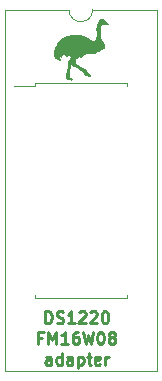
<source format=gbr>
%TF.GenerationSoftware,KiCad,Pcbnew,(5.1.6)-1*%
%TF.CreationDate,2021-05-02T13:18:50+02:00*%
%TF.ProjectId,cal-fram,63616c2d-6672-4616-9d2e-6b696361645f,rev?*%
%TF.SameCoordinates,Original*%
%TF.FileFunction,Legend,Top*%
%TF.FilePolarity,Positive*%
%FSLAX46Y46*%
G04 Gerber Fmt 4.6, Leading zero omitted, Abs format (unit mm)*
G04 Created by KiCad (PCBNEW (5.1.6)-1) date 2021-05-02 13:18:50*
%MOMM*%
%LPD*%
G01*
G04 APERTURE LIST*
%ADD10C,0.250000*%
%ADD11C,0.010000*%
%ADD12C,0.120000*%
G04 APERTURE END LIST*
D10*
X149607142Y-95202380D02*
X149607142Y-94202380D01*
X149845238Y-94202380D01*
X149988095Y-94250000D01*
X150083333Y-94345238D01*
X150130952Y-94440476D01*
X150178571Y-94630952D01*
X150178571Y-94773809D01*
X150130952Y-94964285D01*
X150083333Y-95059523D01*
X149988095Y-95154761D01*
X149845238Y-95202380D01*
X149607142Y-95202380D01*
X150559523Y-95154761D02*
X150702380Y-95202380D01*
X150940476Y-95202380D01*
X151035714Y-95154761D01*
X151083333Y-95107142D01*
X151130952Y-95011904D01*
X151130952Y-94916666D01*
X151083333Y-94821428D01*
X151035714Y-94773809D01*
X150940476Y-94726190D01*
X150750000Y-94678571D01*
X150654761Y-94630952D01*
X150607142Y-94583333D01*
X150559523Y-94488095D01*
X150559523Y-94392857D01*
X150607142Y-94297619D01*
X150654761Y-94250000D01*
X150750000Y-94202380D01*
X150988095Y-94202380D01*
X151130952Y-94250000D01*
X152083333Y-95202380D02*
X151511904Y-95202380D01*
X151797619Y-95202380D02*
X151797619Y-94202380D01*
X151702380Y-94345238D01*
X151607142Y-94440476D01*
X151511904Y-94488095D01*
X152464285Y-94297619D02*
X152511904Y-94250000D01*
X152607142Y-94202380D01*
X152845238Y-94202380D01*
X152940476Y-94250000D01*
X152988095Y-94297619D01*
X153035714Y-94392857D01*
X153035714Y-94488095D01*
X152988095Y-94630952D01*
X152416666Y-95202380D01*
X153035714Y-95202380D01*
X153416666Y-94297619D02*
X153464285Y-94250000D01*
X153559523Y-94202380D01*
X153797619Y-94202380D01*
X153892857Y-94250000D01*
X153940476Y-94297619D01*
X153988095Y-94392857D01*
X153988095Y-94488095D01*
X153940476Y-94630952D01*
X153369047Y-95202380D01*
X153988095Y-95202380D01*
X154607142Y-94202380D02*
X154702380Y-94202380D01*
X154797619Y-94250000D01*
X154845238Y-94297619D01*
X154892857Y-94392857D01*
X154940476Y-94583333D01*
X154940476Y-94821428D01*
X154892857Y-95011904D01*
X154845238Y-95107142D01*
X154797619Y-95154761D01*
X154702380Y-95202380D01*
X154607142Y-95202380D01*
X154511904Y-95154761D01*
X154464285Y-95107142D01*
X154416666Y-95011904D01*
X154369047Y-94821428D01*
X154369047Y-94583333D01*
X154416666Y-94392857D01*
X154464285Y-94297619D01*
X154511904Y-94250000D01*
X154607142Y-94202380D01*
X149345238Y-96428571D02*
X149011904Y-96428571D01*
X149011904Y-96952380D02*
X149011904Y-95952380D01*
X149488095Y-95952380D01*
X149869047Y-96952380D02*
X149869047Y-95952380D01*
X150202380Y-96666666D01*
X150535714Y-95952380D01*
X150535714Y-96952380D01*
X151535714Y-96952380D02*
X150964285Y-96952380D01*
X151250000Y-96952380D02*
X151250000Y-95952380D01*
X151154761Y-96095238D01*
X151059523Y-96190476D01*
X150964285Y-96238095D01*
X152392857Y-95952380D02*
X152202380Y-95952380D01*
X152107142Y-96000000D01*
X152059523Y-96047619D01*
X151964285Y-96190476D01*
X151916666Y-96380952D01*
X151916666Y-96761904D01*
X151964285Y-96857142D01*
X152011904Y-96904761D01*
X152107142Y-96952380D01*
X152297619Y-96952380D01*
X152392857Y-96904761D01*
X152440476Y-96857142D01*
X152488095Y-96761904D01*
X152488095Y-96523809D01*
X152440476Y-96428571D01*
X152392857Y-96380952D01*
X152297619Y-96333333D01*
X152107142Y-96333333D01*
X152011904Y-96380952D01*
X151964285Y-96428571D01*
X151916666Y-96523809D01*
X152821428Y-95952380D02*
X153059523Y-96952380D01*
X153250000Y-96238095D01*
X153440476Y-96952380D01*
X153678571Y-95952380D01*
X154250000Y-95952380D02*
X154345238Y-95952380D01*
X154440476Y-96000000D01*
X154488095Y-96047619D01*
X154535714Y-96142857D01*
X154583333Y-96333333D01*
X154583333Y-96571428D01*
X154535714Y-96761904D01*
X154488095Y-96857142D01*
X154440476Y-96904761D01*
X154345238Y-96952380D01*
X154250000Y-96952380D01*
X154154761Y-96904761D01*
X154107142Y-96857142D01*
X154059523Y-96761904D01*
X154011904Y-96571428D01*
X154011904Y-96333333D01*
X154059523Y-96142857D01*
X154107142Y-96047619D01*
X154154761Y-96000000D01*
X154250000Y-95952380D01*
X155154761Y-96380952D02*
X155059523Y-96333333D01*
X155011904Y-96285714D01*
X154964285Y-96190476D01*
X154964285Y-96142857D01*
X155011904Y-96047619D01*
X155059523Y-96000000D01*
X155154761Y-95952380D01*
X155345238Y-95952380D01*
X155440476Y-96000000D01*
X155488095Y-96047619D01*
X155535714Y-96142857D01*
X155535714Y-96190476D01*
X155488095Y-96285714D01*
X155440476Y-96333333D01*
X155345238Y-96380952D01*
X155154761Y-96380952D01*
X155059523Y-96428571D01*
X155011904Y-96476190D01*
X154964285Y-96571428D01*
X154964285Y-96761904D01*
X155011904Y-96857142D01*
X155059523Y-96904761D01*
X155154761Y-96952380D01*
X155345238Y-96952380D01*
X155440476Y-96904761D01*
X155488095Y-96857142D01*
X155535714Y-96761904D01*
X155535714Y-96571428D01*
X155488095Y-96476190D01*
X155440476Y-96428571D01*
X155345238Y-96380952D01*
X150083333Y-98702380D02*
X150083333Y-98178571D01*
X150035714Y-98083333D01*
X149940476Y-98035714D01*
X149750000Y-98035714D01*
X149654761Y-98083333D01*
X150083333Y-98654761D02*
X149988095Y-98702380D01*
X149750000Y-98702380D01*
X149654761Y-98654761D01*
X149607142Y-98559523D01*
X149607142Y-98464285D01*
X149654761Y-98369047D01*
X149750000Y-98321428D01*
X149988095Y-98321428D01*
X150083333Y-98273809D01*
X150988095Y-98702380D02*
X150988095Y-97702380D01*
X150988095Y-98654761D02*
X150892857Y-98702380D01*
X150702380Y-98702380D01*
X150607142Y-98654761D01*
X150559523Y-98607142D01*
X150511904Y-98511904D01*
X150511904Y-98226190D01*
X150559523Y-98130952D01*
X150607142Y-98083333D01*
X150702380Y-98035714D01*
X150892857Y-98035714D01*
X150988095Y-98083333D01*
X151892857Y-98702380D02*
X151892857Y-98178571D01*
X151845238Y-98083333D01*
X151750000Y-98035714D01*
X151559523Y-98035714D01*
X151464285Y-98083333D01*
X151892857Y-98654761D02*
X151797619Y-98702380D01*
X151559523Y-98702380D01*
X151464285Y-98654761D01*
X151416666Y-98559523D01*
X151416666Y-98464285D01*
X151464285Y-98369047D01*
X151559523Y-98321428D01*
X151797619Y-98321428D01*
X151892857Y-98273809D01*
X152369047Y-98035714D02*
X152369047Y-99035714D01*
X152369047Y-98083333D02*
X152464285Y-98035714D01*
X152654761Y-98035714D01*
X152750000Y-98083333D01*
X152797619Y-98130952D01*
X152845238Y-98226190D01*
X152845238Y-98511904D01*
X152797619Y-98607142D01*
X152750000Y-98654761D01*
X152654761Y-98702380D01*
X152464285Y-98702380D01*
X152369047Y-98654761D01*
X153130952Y-98035714D02*
X153511904Y-98035714D01*
X153273809Y-97702380D02*
X153273809Y-98559523D01*
X153321428Y-98654761D01*
X153416666Y-98702380D01*
X153511904Y-98702380D01*
X154226190Y-98654761D02*
X154130952Y-98702380D01*
X153940476Y-98702380D01*
X153845238Y-98654761D01*
X153797619Y-98559523D01*
X153797619Y-98178571D01*
X153845238Y-98083333D01*
X153940476Y-98035714D01*
X154130952Y-98035714D01*
X154226190Y-98083333D01*
X154273809Y-98178571D01*
X154273809Y-98273809D01*
X153797619Y-98369047D01*
X154702380Y-98702380D02*
X154702380Y-98035714D01*
X154702380Y-98226190D02*
X154750000Y-98130952D01*
X154797619Y-98083333D01*
X154892857Y-98035714D01*
X154988095Y-98035714D01*
D11*
%TO.C,G\u002A\u002A\u002A*%
G36*
X154358200Y-69446160D02*
G01*
X154396212Y-69452067D01*
X154414012Y-69456419D01*
X154467396Y-69473821D01*
X154514915Y-69495946D01*
X154557122Y-69523051D01*
X154559308Y-69524698D01*
X154585168Y-69546733D01*
X154605973Y-69570379D01*
X154623967Y-69598313D01*
X154629443Y-69608493D01*
X154645979Y-69639140D01*
X154661363Y-69664279D01*
X154676983Y-69685443D01*
X154694232Y-69704164D01*
X154714499Y-69721974D01*
X154739175Y-69740405D01*
X154765088Y-69757991D01*
X154799328Y-69781717D01*
X154828563Y-69804329D01*
X154852387Y-69825428D01*
X154870395Y-69844614D01*
X154882183Y-69861490D01*
X154887346Y-69875655D01*
X154887554Y-69878635D01*
X154885816Y-69887411D01*
X154879125Y-69891755D01*
X154877056Y-69892332D01*
X154866479Y-69893158D01*
X154849795Y-69892236D01*
X154828465Y-69889762D01*
X154803951Y-69885933D01*
X154777715Y-69880948D01*
X154754692Y-69875838D01*
X154735315Y-69871280D01*
X154716482Y-69866943D01*
X154700893Y-69863447D01*
X154694123Y-69861988D01*
X154679417Y-69858815D01*
X154665350Y-69855622D01*
X154660908Y-69854561D01*
X154653780Y-69853023D01*
X154644881Y-69851571D01*
X154632870Y-69850043D01*
X154616401Y-69848276D01*
X154594133Y-69846108D01*
X154580960Y-69844874D01*
X154570453Y-69845053D01*
X154553948Y-69846705D01*
X154533064Y-69849563D01*
X154509422Y-69853358D01*
X154484642Y-69857825D01*
X154460345Y-69862694D01*
X154438150Y-69867698D01*
X154429254Y-69869930D01*
X154390805Y-69882573D01*
X154356455Y-69899115D01*
X154327120Y-69918948D01*
X154303716Y-69941465D01*
X154288581Y-69963332D01*
X154284167Y-69973268D01*
X154278198Y-69989204D01*
X154271170Y-70009596D01*
X154263578Y-70032902D01*
X154255918Y-70057579D01*
X154248685Y-70082086D01*
X154242375Y-70104879D01*
X154239386Y-70116493D01*
X154230105Y-70158982D01*
X154221647Y-70207999D01*
X154214188Y-70262280D01*
X154207902Y-70320563D01*
X154203327Y-70376354D01*
X154201888Y-70403022D01*
X154200859Y-70435253D01*
X154200219Y-70472097D01*
X154199947Y-70512603D01*
X154200023Y-70555821D01*
X154200425Y-70600802D01*
X154201133Y-70646595D01*
X154202125Y-70692250D01*
X154203381Y-70736817D01*
X154204880Y-70779346D01*
X154206601Y-70818887D01*
X154208523Y-70854489D01*
X154210626Y-70885204D01*
X154212887Y-70910080D01*
X154215288Y-70928167D01*
X154215485Y-70929293D01*
X154222068Y-70965074D01*
X154227958Y-70994589D01*
X154233607Y-71019302D01*
X154239467Y-71040676D01*
X154245991Y-71060178D01*
X154253630Y-71079270D01*
X154262837Y-71099418D01*
X154274065Y-71122085D01*
X154276502Y-71126873D01*
X154288781Y-71150122D01*
X154301910Y-71173261D01*
X154316476Y-71197171D01*
X154333068Y-71222733D01*
X154352272Y-71250829D01*
X154374677Y-71282339D01*
X154400871Y-71318147D01*
X154430894Y-71358403D01*
X154449185Y-71382980D01*
X154466518Y-71406688D01*
X154482157Y-71428488D01*
X154495366Y-71447340D01*
X154505407Y-71462204D01*
X154511543Y-71472040D01*
X154512046Y-71472952D01*
X154517749Y-71485363D01*
X154524652Y-71503117D01*
X154531951Y-71524003D01*
X154538841Y-71545809D01*
X154539944Y-71549550D01*
X154549921Y-71588343D01*
X154557104Y-71627350D01*
X154561729Y-71668533D01*
X154564035Y-71713856D01*
X154564383Y-71751862D01*
X154564158Y-71774217D01*
X154563552Y-71790832D01*
X154562266Y-71803782D01*
X154560001Y-71815141D01*
X154556457Y-71826985D01*
X154551565Y-71840762D01*
X154543914Y-71859727D01*
X154537390Y-71871201D01*
X154531596Y-71875355D01*
X154526134Y-71872362D01*
X154520608Y-71862396D01*
X154517897Y-71855416D01*
X154513550Y-71844511D01*
X154509905Y-71837419D01*
X154508385Y-71835877D01*
X154504098Y-71839162D01*
X154497324Y-71848051D01*
X154488943Y-71861090D01*
X154479831Y-71876829D01*
X154470865Y-71893815D01*
X154462924Y-71910597D01*
X154462145Y-71912379D01*
X154453131Y-71933121D01*
X154446482Y-71947898D01*
X154441480Y-71957931D01*
X154437410Y-71964437D01*
X154433554Y-71968637D01*
X154429198Y-71971749D01*
X154426222Y-71973498D01*
X154418188Y-71977627D01*
X154413658Y-71977308D01*
X154409463Y-71972156D01*
X154408968Y-71971403D01*
X154405695Y-71962163D01*
X154403086Y-71945776D01*
X154401241Y-71922887D01*
X154401103Y-71920285D01*
X154400034Y-71902687D01*
X154398810Y-71887959D01*
X154397598Y-71877869D01*
X154396756Y-71874336D01*
X154393179Y-71873641D01*
X154388200Y-71879011D01*
X154382659Y-71889022D01*
X154377395Y-71902252D01*
X154374471Y-71912093D01*
X154364935Y-71942529D01*
X154353604Y-71966158D01*
X154340050Y-71983867D01*
X154339934Y-71983985D01*
X154326716Y-71994826D01*
X154310458Y-72004586D01*
X154293849Y-72011913D01*
X154279579Y-72015455D01*
X154277024Y-72015593D01*
X154270980Y-72016761D01*
X154264498Y-72020948D01*
X154256349Y-72029244D01*
X154245304Y-72042736D01*
X154242825Y-72045916D01*
X154225354Y-72068210D01*
X154211611Y-72085084D01*
X154200703Y-72097423D01*
X154191740Y-72106111D01*
X154183830Y-72112033D01*
X154176081Y-72116074D01*
X154169729Y-72118437D01*
X154157939Y-72121776D01*
X154150722Y-72121397D01*
X154146538Y-72116114D01*
X154143847Y-72104743D01*
X154142766Y-72097693D01*
X154140138Y-72082740D01*
X154137118Y-72075233D01*
X154132820Y-72074815D01*
X154126355Y-72081133D01*
X154120489Y-72088792D01*
X154110950Y-72100525D01*
X154097941Y-72114889D01*
X154083825Y-72129310D01*
X154079522Y-72133457D01*
X154053911Y-72156324D01*
X154032317Y-72172564D01*
X154014669Y-72182207D01*
X154000898Y-72185287D01*
X153990931Y-72181835D01*
X153986328Y-72175846D01*
X153981643Y-72165467D01*
X153978970Y-72158262D01*
X153977153Y-72154901D01*
X153973992Y-72155196D01*
X153968318Y-72159870D01*
X153958959Y-72169648D01*
X153956854Y-72171939D01*
X153945928Y-72184268D01*
X153932214Y-72200322D01*
X153917759Y-72217683D01*
X153908672Y-72228851D01*
X153882391Y-72259566D01*
X153858295Y-72283453D01*
X153835769Y-72300981D01*
X153814195Y-72312619D01*
X153792958Y-72318833D01*
X153789497Y-72319363D01*
X153778610Y-72319971D01*
X153773054Y-72317648D01*
X153771602Y-72315183D01*
X153771586Y-72309521D01*
X153772983Y-72297524D01*
X153775591Y-72280505D01*
X153779210Y-72259775D01*
X153783636Y-72236648D01*
X153783724Y-72236212D01*
X153789593Y-72205806D01*
X153793398Y-72182852D01*
X153794918Y-72167209D01*
X153793931Y-72158733D01*
X153790213Y-72157283D01*
X153783542Y-72162714D01*
X153773696Y-72174885D01*
X153760453Y-72193653D01*
X153747497Y-72212969D01*
X153728923Y-72240464D01*
X153713321Y-72262219D01*
X153699789Y-72279281D01*
X153687429Y-72292700D01*
X153675341Y-72303525D01*
X153662623Y-72312805D01*
X153660802Y-72314001D01*
X153642043Y-72325715D01*
X153626483Y-72334084D01*
X153611142Y-72340545D01*
X153594108Y-72346213D01*
X153579203Y-72350330D01*
X153569951Y-72351197D01*
X153564725Y-72348412D01*
X153561897Y-72341567D01*
X153561150Y-72338016D01*
X153558582Y-72328999D01*
X153555574Y-72324465D01*
X153555073Y-72324339D01*
X153550325Y-72325511D01*
X153539524Y-72328744D01*
X153524031Y-72333615D01*
X153505201Y-72339700D01*
X153493652Y-72343498D01*
X153462135Y-72353665D01*
X153436834Y-72361161D01*
X153416696Y-72366194D01*
X153400671Y-72368972D01*
X153387709Y-72369702D01*
X153376757Y-72368592D01*
X153372137Y-72367530D01*
X153362156Y-72363983D01*
X153356343Y-72360255D01*
X153355738Y-72358982D01*
X153356921Y-72351664D01*
X153359990Y-72339446D01*
X153364222Y-72324795D01*
X153368898Y-72310178D01*
X153373295Y-72298062D01*
X153374157Y-72295968D01*
X153377537Y-72286249D01*
X153378394Y-72279805D01*
X153378015Y-72278882D01*
X153373630Y-72279228D01*
X153363510Y-72281965D01*
X153349195Y-72286629D01*
X153333442Y-72292299D01*
X153298466Y-72305227D01*
X153269913Y-72315315D01*
X153247002Y-72322751D01*
X153228951Y-72327721D01*
X153214979Y-72330412D01*
X153204303Y-72331012D01*
X153196142Y-72329708D01*
X153189723Y-72326692D01*
X153184330Y-72322338D01*
X153181365Y-72316724D01*
X153180122Y-72307569D01*
X153179892Y-72294941D01*
X153179908Y-72284414D01*
X153179213Y-72276988D01*
X153176696Y-72272319D01*
X153171245Y-72270064D01*
X153161748Y-72269877D01*
X153147095Y-72271416D01*
X153126173Y-72274335D01*
X153117369Y-72275590D01*
X153089277Y-72280041D01*
X153067305Y-72284992D01*
X153049770Y-72291326D01*
X153034986Y-72299928D01*
X153021268Y-72311682D01*
X153006931Y-72327472D01*
X152998259Y-72338087D01*
X152969205Y-72372175D01*
X152941793Y-72399424D01*
X152915255Y-72420430D01*
X152888820Y-72435790D01*
X152861720Y-72446098D01*
X152857189Y-72447339D01*
X152839079Y-72452389D01*
X152823615Y-72457759D01*
X152809644Y-72464235D01*
X152796011Y-72472608D01*
X152781562Y-72483666D01*
X152765144Y-72498196D01*
X152745602Y-72516987D01*
X152724815Y-72537763D01*
X152701095Y-72560245D01*
X152673677Y-72583878D01*
X152645003Y-72606687D01*
X152617513Y-72626698D01*
X152602772Y-72636434D01*
X152591880Y-72643602D01*
X152584051Y-72649351D01*
X152581280Y-72652045D01*
X152577630Y-72654922D01*
X152569110Y-72660275D01*
X152557769Y-72666941D01*
X152545654Y-72673757D01*
X152534813Y-72679562D01*
X152527294Y-72683194D01*
X152525251Y-72683846D01*
X152525358Y-72680691D01*
X152527975Y-72672684D01*
X152532222Y-72662018D01*
X152537218Y-72650884D01*
X152542084Y-72641472D01*
X152542688Y-72640445D01*
X152547634Y-72632685D01*
X152555649Y-72620622D01*
X152565324Y-72606363D01*
X152569598Y-72600149D01*
X152580517Y-72582769D01*
X152589804Y-72565048D01*
X152596736Y-72548680D01*
X152600592Y-72535364D01*
X152600713Y-72526970D01*
X152597154Y-72526942D01*
X152589189Y-72530784D01*
X152579964Y-72536699D01*
X152555391Y-72553844D01*
X152535691Y-72567271D01*
X152519429Y-72577880D01*
X152505172Y-72586568D01*
X152491487Y-72594234D01*
X152476938Y-72601778D01*
X152472895Y-72603801D01*
X152454967Y-72612486D01*
X152432585Y-72622975D01*
X152408487Y-72634004D01*
X152385407Y-72644307D01*
X152383325Y-72645221D01*
X152337560Y-72666427D01*
X152297857Y-72687432D01*
X152262547Y-72709162D01*
X152242413Y-72723196D01*
X152229592Y-72732110D01*
X152218704Y-72738883D01*
X152211603Y-72742387D01*
X152210466Y-72742633D01*
X152203492Y-72744052D01*
X152192850Y-72747383D01*
X152189292Y-72748672D01*
X152177123Y-72752739D01*
X152166508Y-72755480D01*
X152164595Y-72755809D01*
X152155938Y-72758243D01*
X152151968Y-72760638D01*
X152149407Y-72766040D01*
X152145563Y-72777749D01*
X152140782Y-72794428D01*
X152135413Y-72814740D01*
X152129803Y-72837350D01*
X152124299Y-72860919D01*
X152119250Y-72884113D01*
X152117062Y-72894862D01*
X152107077Y-72950065D01*
X152099953Y-73000268D01*
X152095701Y-73045108D01*
X152094330Y-73084221D01*
X152095852Y-73117244D01*
X152100276Y-73143814D01*
X152107614Y-73163567D01*
X152109291Y-73166445D01*
X152116563Y-73174779D01*
X152127963Y-73184493D01*
X152138511Y-73191846D01*
X152158000Y-73207052D01*
X152173200Y-73226467D01*
X152173956Y-73227688D01*
X152186688Y-73245112D01*
X152204959Y-73265425D01*
X152227580Y-73287539D01*
X152253362Y-73310364D01*
X152281117Y-73332813D01*
X152309657Y-73353796D01*
X152317474Y-73359157D01*
X152345154Y-73377516D01*
X152378387Y-73399037D01*
X152416023Y-73423014D01*
X152456914Y-73448740D01*
X152499910Y-73475508D01*
X152543863Y-73502612D01*
X152587623Y-73529345D01*
X152630042Y-73554999D01*
X152669970Y-73578869D01*
X152706258Y-73600246D01*
X152737758Y-73618425D01*
X152752000Y-73626455D01*
X152773021Y-73637673D01*
X152797515Y-73649970D01*
X152821715Y-73661483D01*
X152834062Y-73667037D01*
X152862099Y-73679640D01*
X152891046Y-73693282D01*
X152919646Y-73707315D01*
X152946644Y-73721092D01*
X152970781Y-73733966D01*
X152990801Y-73745291D01*
X153005448Y-73754420D01*
X153009748Y-73757483D01*
X153023386Y-73769594D01*
X153031366Y-73781462D01*
X153033729Y-73787813D01*
X153040604Y-73808246D01*
X153050193Y-73832895D01*
X153061403Y-73859149D01*
X153073139Y-73884398D01*
X153079497Y-73897052D01*
X153087691Y-73911872D01*
X153096228Y-73924820D01*
X153106327Y-73937303D01*
X153119212Y-73950726D01*
X153136102Y-73966494D01*
X153152332Y-73980879D01*
X153174167Y-74003506D01*
X153187956Y-74024676D01*
X153200236Y-74043025D01*
X153218837Y-74062813D01*
X153242628Y-74083116D01*
X153270479Y-74103013D01*
X153301260Y-74121580D01*
X153316429Y-74129590D01*
X153346825Y-74148906D01*
X153371604Y-74173081D01*
X153390242Y-74201418D01*
X153402209Y-74233219D01*
X153405041Y-74246943D01*
X153406118Y-74260378D01*
X153403521Y-74267929D01*
X153396440Y-74270049D01*
X153384063Y-74267194D01*
X153374995Y-74263785D01*
X153343380Y-74253671D01*
X153312460Y-74248789D01*
X153286793Y-74249218D01*
X153264725Y-74248794D01*
X153239088Y-74243225D01*
X153211555Y-74233166D01*
X153183800Y-74219266D01*
X153157496Y-74202179D01*
X153148860Y-74195498D01*
X153134292Y-74183806D01*
X153119443Y-74172106D01*
X153105625Y-74161405D01*
X153094149Y-74152710D01*
X153086329Y-74147029D01*
X153083525Y-74145323D01*
X153081387Y-74148527D01*
X153077679Y-74156427D01*
X153076864Y-74158344D01*
X153066554Y-74174855D01*
X153052405Y-74184691D01*
X153034814Y-74187599D01*
X153031400Y-74187375D01*
X153008900Y-74182049D01*
X152985256Y-74171130D01*
X152962448Y-74156034D01*
X152942458Y-74138177D01*
X152927266Y-74118973D01*
X152922061Y-74109247D01*
X152917952Y-74097836D01*
X152913241Y-74081545D01*
X152908712Y-74063187D01*
X152907035Y-74055446D01*
X152896850Y-74015056D01*
X152883909Y-73980792D01*
X152867417Y-73951217D01*
X152846580Y-73924893D01*
X152822081Y-73901624D01*
X152801343Y-73884925D01*
X152774603Y-73864731D01*
X152742592Y-73841517D01*
X152706040Y-73815758D01*
X152665679Y-73787928D01*
X152622239Y-73758502D01*
X152576451Y-73727954D01*
X152529046Y-73696760D01*
X152480754Y-73665394D01*
X152432306Y-73634330D01*
X152384433Y-73604043D01*
X152337866Y-73575007D01*
X152293335Y-73547698D01*
X152251571Y-73522590D01*
X152213304Y-73500157D01*
X152179266Y-73480874D01*
X152150188Y-73465216D01*
X152150167Y-73465205D01*
X152122996Y-73452326D01*
X152091884Y-73439574D01*
X152060581Y-73428463D01*
X152054428Y-73426510D01*
X152010355Y-73412372D01*
X151973319Y-73399394D01*
X151942685Y-73387243D01*
X151917816Y-73375587D01*
X151898080Y-73364095D01*
X151882839Y-73352434D01*
X151871460Y-73340273D01*
X151863306Y-73327280D01*
X151862866Y-73326386D01*
X151858426Y-73315990D01*
X151856203Y-73306312D01*
X151855839Y-73294492D01*
X151856897Y-73278601D01*
X151858800Y-73258973D01*
X151861597Y-73233346D01*
X151865071Y-73203460D01*
X151869006Y-73171054D01*
X151873186Y-73137864D01*
X151877393Y-73105631D01*
X151881412Y-73076092D01*
X151885027Y-73050985D01*
X151886178Y-73043424D01*
X151888948Y-73024906D01*
X151891068Y-73009421D01*
X151892345Y-72998468D01*
X151892589Y-72993550D01*
X151892539Y-72993437D01*
X151889908Y-72995895D01*
X151883734Y-73003643D01*
X151874864Y-73015500D01*
X151864142Y-73030287D01*
X151852412Y-73046824D01*
X151840520Y-73063933D01*
X151829309Y-73080433D01*
X151819625Y-73095146D01*
X151819007Y-73096108D01*
X151800977Y-73125993D01*
X151786908Y-73153852D01*
X151775287Y-73183024D01*
X151765193Y-73214800D01*
X151759300Y-73234429D01*
X151754435Y-73248323D01*
X151749690Y-73258316D01*
X151744157Y-73266246D01*
X151736928Y-73273947D01*
X151735039Y-73275776D01*
X151728367Y-73282881D01*
X151722479Y-73291045D01*
X151717125Y-73301089D01*
X151712052Y-73313834D01*
X151707009Y-73330100D01*
X151701745Y-73350709D01*
X151696007Y-73376481D01*
X151689546Y-73408237D01*
X151682108Y-73446797D01*
X151681241Y-73451378D01*
X151658762Y-73574095D01*
X151639109Y-73689554D01*
X151622278Y-73797780D01*
X151608266Y-73898801D01*
X151597070Y-73992642D01*
X151588686Y-74079330D01*
X151583111Y-74158893D01*
X151580342Y-74231356D01*
X151580018Y-74258646D01*
X151579945Y-74291889D01*
X151580238Y-74318450D01*
X151581270Y-74339464D01*
X151583416Y-74356065D01*
X151587048Y-74369386D01*
X151592542Y-74380563D01*
X151600269Y-74390728D01*
X151610605Y-74401016D01*
X151623923Y-74412561D01*
X151633334Y-74420425D01*
X151649771Y-74433698D01*
X151665747Y-74445836D01*
X151679471Y-74455525D01*
X151689151Y-74461448D01*
X151689396Y-74461572D01*
X151701859Y-74466151D01*
X151720681Y-74470872D01*
X151744424Y-74475400D01*
X151758202Y-74477562D01*
X151787820Y-74482017D01*
X151810813Y-74485796D01*
X151828312Y-74489156D01*
X151841452Y-74492351D01*
X151851366Y-74495637D01*
X151859186Y-74499269D01*
X151862122Y-74500961D01*
X151872278Y-74510380D01*
X151874940Y-74521780D01*
X151870105Y-74535236D01*
X151860612Y-74547782D01*
X151851418Y-74556810D01*
X151841429Y-74563799D01*
X151829692Y-74568878D01*
X151815249Y-74572175D01*
X151797145Y-74573818D01*
X151774425Y-74573937D01*
X151746134Y-74572658D01*
X151711316Y-74570110D01*
X151700831Y-74569235D01*
X151655449Y-74565352D01*
X151617140Y-74562011D01*
X151585186Y-74559132D01*
X151558870Y-74556632D01*
X151537474Y-74554433D01*
X151520281Y-74552452D01*
X151506572Y-74550609D01*
X151495630Y-74548823D01*
X151486738Y-74547014D01*
X151479177Y-74545101D01*
X151474702Y-74543784D01*
X151454934Y-74536450D01*
X151441082Y-74527653D01*
X151431255Y-74515555D01*
X151423563Y-74498318D01*
X151421431Y-74492001D01*
X151411559Y-74467829D01*
X151398852Y-74449411D01*
X151381912Y-74434819D01*
X151378174Y-74432367D01*
X151364322Y-74419698D01*
X151352484Y-74400492D01*
X151347279Y-74388902D01*
X151343853Y-74378083D01*
X151341746Y-74365666D01*
X151340500Y-74349284D01*
X151339953Y-74335973D01*
X151339781Y-74315078D01*
X151340513Y-74293718D01*
X151341999Y-74275158D01*
X151343041Y-74267588D01*
X151344851Y-74258632D01*
X151348341Y-74242924D01*
X151353313Y-74221302D01*
X151359569Y-74194602D01*
X151366912Y-74163658D01*
X151375145Y-74129307D01*
X151384070Y-74092385D01*
X151393488Y-74053729D01*
X151395938Y-74043723D01*
X151410484Y-73984162D01*
X151423298Y-73931076D01*
X151434591Y-73883373D01*
X151444578Y-73839958D01*
X151453471Y-73799737D01*
X151461482Y-73761617D01*
X151468825Y-73724505D01*
X151475712Y-73687305D01*
X151482355Y-73648926D01*
X151488968Y-73608272D01*
X151495763Y-73564250D01*
X151502952Y-73515767D01*
X151510750Y-73461729D01*
X151515184Y-73430586D01*
X151522423Y-73379147D01*
X151528533Y-73334721D01*
X151533594Y-73296597D01*
X151537687Y-73264068D01*
X151540891Y-73236425D01*
X151543287Y-73212958D01*
X151544955Y-73192958D01*
X151545976Y-73175717D01*
X151546431Y-73160525D01*
X151546472Y-73154621D01*
X151547896Y-73115914D01*
X151551934Y-73076761D01*
X151558252Y-73038984D01*
X151566515Y-73004406D01*
X151576388Y-72974851D01*
X151581698Y-72962783D01*
X151590686Y-72947386D01*
X151601822Y-72932402D01*
X151609969Y-72923707D01*
X151642539Y-72892693D01*
X151675716Y-72858730D01*
X151708641Y-72822859D01*
X151740453Y-72786124D01*
X151770294Y-72749566D01*
X151797303Y-72714227D01*
X151820622Y-72681150D01*
X151839390Y-72651377D01*
X151848877Y-72634023D01*
X151859224Y-72613508D01*
X151787843Y-72613502D01*
X151761425Y-72613393D01*
X151741569Y-72613004D01*
X151727023Y-72612234D01*
X151716535Y-72610983D01*
X151708853Y-72609150D01*
X151702785Y-72606663D01*
X151693789Y-72601000D01*
X151688785Y-72594328D01*
X151687978Y-72585755D01*
X151691576Y-72574391D01*
X151699784Y-72559344D01*
X151712811Y-72539721D01*
X151720960Y-72528242D01*
X151731133Y-72513811D01*
X151740058Y-72500616D01*
X151746352Y-72490724D01*
X151747953Y-72487910D01*
X151753346Y-72477588D01*
X151695526Y-72494665D01*
X151666883Y-72503274D01*
X151644630Y-72510360D01*
X151627593Y-72516367D01*
X151614597Y-72521738D01*
X151604470Y-72526917D01*
X151596303Y-72532158D01*
X151584636Y-72537610D01*
X151575716Y-72536539D01*
X151570376Y-72530000D01*
X151569453Y-72519048D01*
X151573781Y-72504737D01*
X151574083Y-72504093D01*
X151580172Y-72490015D01*
X151585016Y-72476479D01*
X151587991Y-72465507D01*
X151588475Y-72459120D01*
X151588144Y-72458488D01*
X151584191Y-72459932D01*
X151574658Y-72466149D01*
X151559925Y-72476854D01*
X151540370Y-72491762D01*
X151516372Y-72510589D01*
X151488309Y-72533049D01*
X151479673Y-72540032D01*
X151458253Y-72556781D01*
X151440995Y-72568676D01*
X151426557Y-72576416D01*
X151413597Y-72580696D01*
X151400773Y-72582213D01*
X151398332Y-72582246D01*
X151386004Y-72580755D01*
X151378234Y-72575527D01*
X151376714Y-72573561D01*
X151373304Y-72567323D01*
X151371442Y-72559639D01*
X151371152Y-72549175D01*
X151372459Y-72534598D01*
X151375388Y-72514574D01*
X151378136Y-72498231D01*
X151380847Y-72480673D01*
X151382513Y-72465933D01*
X151382980Y-72455711D01*
X151382313Y-72451839D01*
X151377927Y-72452482D01*
X151368537Y-72456906D01*
X151355527Y-72464389D01*
X151343047Y-72472354D01*
X151322621Y-72485117D01*
X151306907Y-72492913D01*
X151294889Y-72496088D01*
X151285547Y-72494987D01*
X151281882Y-72493150D01*
X151275481Y-72485082D01*
X151269642Y-72469555D01*
X151264468Y-72446913D01*
X151261006Y-72424850D01*
X151258332Y-72408105D01*
X151255310Y-72394172D01*
X151252394Y-72384958D01*
X151250886Y-72382490D01*
X151247172Y-72380762D01*
X151241422Y-72380770D01*
X151232707Y-72382811D01*
X151220099Y-72387184D01*
X151202669Y-72394187D01*
X151179488Y-72404120D01*
X151168089Y-72409116D01*
X151148542Y-72417629D01*
X151134766Y-72423263D01*
X151125419Y-72426377D01*
X151119158Y-72427329D01*
X151114642Y-72426479D01*
X151110863Y-72424406D01*
X151106144Y-72419181D01*
X151098528Y-72408265D01*
X151088781Y-72392867D01*
X151077671Y-72374198D01*
X151066576Y-72354575D01*
X151049811Y-72324305D01*
X151036153Y-72299996D01*
X151025025Y-72280716D01*
X151015851Y-72265532D01*
X151008053Y-72253512D01*
X151001056Y-72243723D01*
X150994282Y-72235235D01*
X150988991Y-72229150D01*
X150979781Y-72219450D01*
X150974184Y-72215316D01*
X150971122Y-72216067D01*
X150970432Y-72217401D01*
X150968953Y-72227770D01*
X150969624Y-72244800D01*
X150972315Y-72267675D01*
X150976899Y-72295578D01*
X150983246Y-72327696D01*
X150991228Y-72363211D01*
X150997506Y-72388816D01*
X151004019Y-72416372D01*
X151009448Y-72442960D01*
X151013636Y-72467431D01*
X151016425Y-72488636D01*
X151017657Y-72505425D01*
X151017173Y-72516650D01*
X151015632Y-72520685D01*
X151010826Y-72522174D01*
X151004487Y-72517160D01*
X151003748Y-72516323D01*
X150983526Y-72492122D01*
X150963429Y-72466106D01*
X150947370Y-72444063D01*
X150936721Y-72429672D01*
X150926781Y-72417136D01*
X150918999Y-72408244D01*
X150916108Y-72405510D01*
X150907170Y-72400623D01*
X150898173Y-72398826D01*
X150891677Y-72400310D01*
X150889985Y-72403586D01*
X150891263Y-72408538D01*
X150894852Y-72419749D01*
X150900382Y-72436136D01*
X150907485Y-72456618D01*
X150915791Y-72480110D01*
X150921628Y-72496394D01*
X150936219Y-72536923D01*
X150948334Y-72570737D01*
X150958164Y-72598467D01*
X150965900Y-72620744D01*
X150971732Y-72638199D01*
X150975850Y-72651464D01*
X150978444Y-72661170D01*
X150979706Y-72667948D01*
X150979825Y-72672429D01*
X150978991Y-72675245D01*
X150977396Y-72677026D01*
X150976323Y-72677756D01*
X150970397Y-72677590D01*
X150959788Y-72674031D01*
X150946330Y-72667997D01*
X150931856Y-72660408D01*
X150918202Y-72652185D01*
X150907200Y-72644245D01*
X150904215Y-72641607D01*
X150896199Y-72633368D01*
X150884554Y-72620659D01*
X150870654Y-72605012D01*
X150855872Y-72587961D01*
X150851001Y-72582246D01*
X150833213Y-72561683D01*
X150816974Y-72543667D01*
X150803033Y-72528977D01*
X150792143Y-72518391D01*
X150785052Y-72512687D01*
X150783135Y-72511908D01*
X150781258Y-72515290D01*
X150778313Y-72523831D01*
X150776889Y-72528681D01*
X150774902Y-72538110D01*
X150774298Y-72548702D01*
X150775129Y-72562422D01*
X150777445Y-72581238D01*
X150778452Y-72588274D01*
X150791444Y-72670546D01*
X150805584Y-72747693D01*
X150819946Y-72815409D01*
X150825095Y-72838781D01*
X150829626Y-72860924D01*
X150833216Y-72880129D01*
X150835541Y-72894687D01*
X150836251Y-72901378D01*
X150836572Y-72912642D01*
X150835369Y-72917991D01*
X150831702Y-72919306D01*
X150827507Y-72918881D01*
X150809362Y-72914263D01*
X150788923Y-72905939D01*
X150769679Y-72895460D01*
X150760594Y-72889128D01*
X150750049Y-72879121D01*
X150738086Y-72865103D01*
X150727086Y-72849896D01*
X150725862Y-72847995D01*
X150712389Y-72827424D01*
X150699832Y-72809526D01*
X150688941Y-72795273D01*
X150680464Y-72785640D01*
X150675153Y-72781602D01*
X150674710Y-72781539D01*
X150669254Y-72779338D01*
X150660647Y-72773851D01*
X150657824Y-72771769D01*
X150649237Y-72765653D01*
X150643356Y-72762250D01*
X150642454Y-72762000D01*
X150641514Y-72765669D01*
X150640729Y-72775724D01*
X150640169Y-72790735D01*
X150639904Y-72809272D01*
X150639892Y-72814336D01*
X150639738Y-72836280D01*
X150639195Y-72851562D01*
X150638142Y-72861330D01*
X150636460Y-72866732D01*
X150634182Y-72868863D01*
X150629324Y-72867061D01*
X150620909Y-72860559D01*
X150610285Y-72850743D01*
X150598800Y-72839000D01*
X150587799Y-72826715D01*
X150578631Y-72815276D01*
X150572642Y-72806068D01*
X150572110Y-72804985D01*
X150566898Y-72795313D01*
X150562847Y-72789354D01*
X150557670Y-72782382D01*
X150550774Y-72772418D01*
X150549036Y-72769816D01*
X150539099Y-72758817D01*
X150528181Y-72755216D01*
X150515324Y-72758871D01*
X150507483Y-72763641D01*
X150491284Y-72771946D01*
X150477167Y-72772813D01*
X150464810Y-72766243D01*
X150461986Y-72763470D01*
X150453725Y-72752365D01*
X150443935Y-72735850D01*
X150433593Y-72715916D01*
X150423679Y-72694555D01*
X150415171Y-72673758D01*
X150409206Y-72656071D01*
X150394655Y-72602932D01*
X150383186Y-72555160D01*
X150374562Y-72511047D01*
X150368545Y-72468885D01*
X150364899Y-72426964D01*
X150363387Y-72383578D01*
X150363770Y-72337018D01*
X150363960Y-72330200D01*
X150370814Y-72227109D01*
X150385069Y-72123288D01*
X150406471Y-72019590D01*
X150434765Y-71916866D01*
X150469699Y-71815966D01*
X150511018Y-71717743D01*
X150558469Y-71623048D01*
X150592177Y-71564293D01*
X150603130Y-71546707D01*
X150616375Y-71526294D01*
X150631163Y-71504126D01*
X150646742Y-71481275D01*
X150662360Y-71458813D01*
X150677268Y-71437813D01*
X150690714Y-71419345D01*
X150701947Y-71404484D01*
X150710216Y-71394299D01*
X150713990Y-71390400D01*
X150717338Y-71386692D01*
X150724384Y-71378326D01*
X150733931Y-71366734D01*
X150740131Y-71359112D01*
X150759793Y-71335967D01*
X150783776Y-71309520D01*
X150810408Y-71281487D01*
X150838019Y-71253582D01*
X150864936Y-71227521D01*
X150889488Y-71205018D01*
X150894991Y-71200210D01*
X150909809Y-71187374D01*
X150922438Y-71176361D01*
X150931725Y-71168182D01*
X150936520Y-71163845D01*
X150936877Y-71163486D01*
X150941383Y-71159589D01*
X150950970Y-71152064D01*
X150964376Y-71141846D01*
X150980339Y-71129875D01*
X150997598Y-71117086D01*
X151014889Y-71104418D01*
X151030953Y-71092808D01*
X151044526Y-71083194D01*
X151050478Y-71079092D01*
X151134814Y-71025507D01*
X151220542Y-70978146D01*
X151306570Y-70937588D01*
X151352478Y-70918829D01*
X151424961Y-70893231D01*
X151503359Y-70869952D01*
X151586025Y-70849341D01*
X151671311Y-70831752D01*
X151757569Y-70817534D01*
X151843150Y-70807038D01*
X151900123Y-70802205D01*
X151917442Y-70800896D01*
X151933095Y-70799497D01*
X151944479Y-70798247D01*
X151947015Y-70797882D01*
X151955980Y-70797078D01*
X151971651Y-70796381D01*
X151992921Y-70795793D01*
X152018679Y-70795318D01*
X152047819Y-70794961D01*
X152079232Y-70794724D01*
X152111809Y-70794611D01*
X152144442Y-70794625D01*
X152176022Y-70794771D01*
X152205442Y-70795052D01*
X152231593Y-70795470D01*
X152253366Y-70796031D01*
X152269653Y-70796737D01*
X152271354Y-70796843D01*
X152384568Y-70806979D01*
X152497959Y-70822502D01*
X152608287Y-70842965D01*
X152611593Y-70843667D01*
X152630099Y-70847599D01*
X152647584Y-70851290D01*
X152661429Y-70854189D01*
X152666390Y-70855214D01*
X152676473Y-70857615D01*
X152691890Y-70861688D01*
X152710489Y-70866849D01*
X152728913Y-70872160D01*
X152783278Y-70888519D01*
X152831492Y-70903925D01*
X152875067Y-70918956D01*
X152915516Y-70934186D01*
X152954354Y-70950193D01*
X152993092Y-70967553D01*
X153033245Y-70986841D01*
X153043428Y-70991905D01*
X153062323Y-71001600D01*
X153082650Y-71012439D01*
X153103210Y-71023735D01*
X153122805Y-71034801D01*
X153140234Y-71044951D01*
X153154299Y-71053498D01*
X153163801Y-71059755D01*
X153167518Y-71062974D01*
X153171969Y-71066044D01*
X153172356Y-71066062D01*
X153176418Y-71068096D01*
X153185448Y-71073546D01*
X153197949Y-71081433D01*
X153212426Y-71090779D01*
X153227382Y-71100604D01*
X153241323Y-71109931D01*
X153252753Y-71117781D01*
X153260175Y-71123175D01*
X153261954Y-71124683D01*
X153266114Y-71127883D01*
X153274461Y-71133715D01*
X153279538Y-71137144D01*
X153295269Y-71147841D01*
X153312821Y-71160078D01*
X153330060Y-71172338D01*
X153344850Y-71183103D01*
X153354230Y-71190203D01*
X153371135Y-71202951D01*
X153394407Y-71219641D01*
X153423781Y-71240085D01*
X153458988Y-71264094D01*
X153461246Y-71265621D01*
X153503119Y-71291738D01*
X153544414Y-71313278D01*
X153583733Y-71329567D01*
X153611329Y-71337994D01*
X153644289Y-71342302D01*
X153679629Y-71339411D01*
X153716845Y-71329384D01*
X153735268Y-71322037D01*
X153774185Y-71302601D01*
X153806774Y-71280869D01*
X153834021Y-71255762D01*
X153856915Y-71226203D01*
X153876441Y-71191115D01*
X153893586Y-71149422D01*
X153893707Y-71149084D01*
X153905792Y-71114030D01*
X153916006Y-71081094D01*
X153924495Y-71049206D01*
X153931401Y-71017296D01*
X153936871Y-70984294D01*
X153941049Y-70949132D01*
X153944080Y-70910739D01*
X153946108Y-70868046D01*
X153947278Y-70819983D01*
X153947734Y-70765481D01*
X153947754Y-70749539D01*
X153947679Y-70715467D01*
X153947466Y-70678619D01*
X153947128Y-70639796D01*
X153946682Y-70599799D01*
X153946143Y-70559430D01*
X153945525Y-70519492D01*
X153944844Y-70480786D01*
X153944115Y-70444114D01*
X153943354Y-70410277D01*
X153942575Y-70380078D01*
X153941793Y-70354318D01*
X153941025Y-70333799D01*
X153940285Y-70319323D01*
X153939587Y-70311691D01*
X153939448Y-70311032D01*
X153938998Y-70304567D01*
X153939187Y-70291829D01*
X153939913Y-70274323D01*
X153941076Y-70253556D01*
X153942573Y-70231035D01*
X153944303Y-70208266D01*
X153946166Y-70186754D01*
X153948060Y-70168008D01*
X153949882Y-70153532D01*
X153950169Y-70151662D01*
X153961111Y-70090926D01*
X153974694Y-70029248D01*
X153990624Y-69967360D01*
X154008606Y-69905995D01*
X154028347Y-69845888D01*
X154049552Y-69787770D01*
X154071926Y-69732376D01*
X154095175Y-69680438D01*
X154119005Y-69632690D01*
X154143121Y-69589864D01*
X154167229Y-69552695D01*
X154191035Y-69521915D01*
X154211523Y-69500675D01*
X154225805Y-69488001D01*
X154236844Y-69479107D01*
X154246980Y-69472305D01*
X154258551Y-69465905D01*
X154262323Y-69463976D01*
X154292303Y-69452062D01*
X154323913Y-69446140D01*
X154358200Y-69446160D01*
G37*
X154358200Y-69446160D02*
X154396212Y-69452067D01*
X154414012Y-69456419D01*
X154467396Y-69473821D01*
X154514915Y-69495946D01*
X154557122Y-69523051D01*
X154559308Y-69524698D01*
X154585168Y-69546733D01*
X154605973Y-69570379D01*
X154623967Y-69598313D01*
X154629443Y-69608493D01*
X154645979Y-69639140D01*
X154661363Y-69664279D01*
X154676983Y-69685443D01*
X154694232Y-69704164D01*
X154714499Y-69721974D01*
X154739175Y-69740405D01*
X154765088Y-69757991D01*
X154799328Y-69781717D01*
X154828563Y-69804329D01*
X154852387Y-69825428D01*
X154870395Y-69844614D01*
X154882183Y-69861490D01*
X154887346Y-69875655D01*
X154887554Y-69878635D01*
X154885816Y-69887411D01*
X154879125Y-69891755D01*
X154877056Y-69892332D01*
X154866479Y-69893158D01*
X154849795Y-69892236D01*
X154828465Y-69889762D01*
X154803951Y-69885933D01*
X154777715Y-69880948D01*
X154754692Y-69875838D01*
X154735315Y-69871280D01*
X154716482Y-69866943D01*
X154700893Y-69863447D01*
X154694123Y-69861988D01*
X154679417Y-69858815D01*
X154665350Y-69855622D01*
X154660908Y-69854561D01*
X154653780Y-69853023D01*
X154644881Y-69851571D01*
X154632870Y-69850043D01*
X154616401Y-69848276D01*
X154594133Y-69846108D01*
X154580960Y-69844874D01*
X154570453Y-69845053D01*
X154553948Y-69846705D01*
X154533064Y-69849563D01*
X154509422Y-69853358D01*
X154484642Y-69857825D01*
X154460345Y-69862694D01*
X154438150Y-69867698D01*
X154429254Y-69869930D01*
X154390805Y-69882573D01*
X154356455Y-69899115D01*
X154327120Y-69918948D01*
X154303716Y-69941465D01*
X154288581Y-69963332D01*
X154284167Y-69973268D01*
X154278198Y-69989204D01*
X154271170Y-70009596D01*
X154263578Y-70032902D01*
X154255918Y-70057579D01*
X154248685Y-70082086D01*
X154242375Y-70104879D01*
X154239386Y-70116493D01*
X154230105Y-70158982D01*
X154221647Y-70207999D01*
X154214188Y-70262280D01*
X154207902Y-70320563D01*
X154203327Y-70376354D01*
X154201888Y-70403022D01*
X154200859Y-70435253D01*
X154200219Y-70472097D01*
X154199947Y-70512603D01*
X154200023Y-70555821D01*
X154200425Y-70600802D01*
X154201133Y-70646595D01*
X154202125Y-70692250D01*
X154203381Y-70736817D01*
X154204880Y-70779346D01*
X154206601Y-70818887D01*
X154208523Y-70854489D01*
X154210626Y-70885204D01*
X154212887Y-70910080D01*
X154215288Y-70928167D01*
X154215485Y-70929293D01*
X154222068Y-70965074D01*
X154227958Y-70994589D01*
X154233607Y-71019302D01*
X154239467Y-71040676D01*
X154245991Y-71060178D01*
X154253630Y-71079270D01*
X154262837Y-71099418D01*
X154274065Y-71122085D01*
X154276502Y-71126873D01*
X154288781Y-71150122D01*
X154301910Y-71173261D01*
X154316476Y-71197171D01*
X154333068Y-71222733D01*
X154352272Y-71250829D01*
X154374677Y-71282339D01*
X154400871Y-71318147D01*
X154430894Y-71358403D01*
X154449185Y-71382980D01*
X154466518Y-71406688D01*
X154482157Y-71428488D01*
X154495366Y-71447340D01*
X154505407Y-71462204D01*
X154511543Y-71472040D01*
X154512046Y-71472952D01*
X154517749Y-71485363D01*
X154524652Y-71503117D01*
X154531951Y-71524003D01*
X154538841Y-71545809D01*
X154539944Y-71549550D01*
X154549921Y-71588343D01*
X154557104Y-71627350D01*
X154561729Y-71668533D01*
X154564035Y-71713856D01*
X154564383Y-71751862D01*
X154564158Y-71774217D01*
X154563552Y-71790832D01*
X154562266Y-71803782D01*
X154560001Y-71815141D01*
X154556457Y-71826985D01*
X154551565Y-71840762D01*
X154543914Y-71859727D01*
X154537390Y-71871201D01*
X154531596Y-71875355D01*
X154526134Y-71872362D01*
X154520608Y-71862396D01*
X154517897Y-71855416D01*
X154513550Y-71844511D01*
X154509905Y-71837419D01*
X154508385Y-71835877D01*
X154504098Y-71839162D01*
X154497324Y-71848051D01*
X154488943Y-71861090D01*
X154479831Y-71876829D01*
X154470865Y-71893815D01*
X154462924Y-71910597D01*
X154462145Y-71912379D01*
X154453131Y-71933121D01*
X154446482Y-71947898D01*
X154441480Y-71957931D01*
X154437410Y-71964437D01*
X154433554Y-71968637D01*
X154429198Y-71971749D01*
X154426222Y-71973498D01*
X154418188Y-71977627D01*
X154413658Y-71977308D01*
X154409463Y-71972156D01*
X154408968Y-71971403D01*
X154405695Y-71962163D01*
X154403086Y-71945776D01*
X154401241Y-71922887D01*
X154401103Y-71920285D01*
X154400034Y-71902687D01*
X154398810Y-71887959D01*
X154397598Y-71877869D01*
X154396756Y-71874336D01*
X154393179Y-71873641D01*
X154388200Y-71879011D01*
X154382659Y-71889022D01*
X154377395Y-71902252D01*
X154374471Y-71912093D01*
X154364935Y-71942529D01*
X154353604Y-71966158D01*
X154340050Y-71983867D01*
X154339934Y-71983985D01*
X154326716Y-71994826D01*
X154310458Y-72004586D01*
X154293849Y-72011913D01*
X154279579Y-72015455D01*
X154277024Y-72015593D01*
X154270980Y-72016761D01*
X154264498Y-72020948D01*
X154256349Y-72029244D01*
X154245304Y-72042736D01*
X154242825Y-72045916D01*
X154225354Y-72068210D01*
X154211611Y-72085084D01*
X154200703Y-72097423D01*
X154191740Y-72106111D01*
X154183830Y-72112033D01*
X154176081Y-72116074D01*
X154169729Y-72118437D01*
X154157939Y-72121776D01*
X154150722Y-72121397D01*
X154146538Y-72116114D01*
X154143847Y-72104743D01*
X154142766Y-72097693D01*
X154140138Y-72082740D01*
X154137118Y-72075233D01*
X154132820Y-72074815D01*
X154126355Y-72081133D01*
X154120489Y-72088792D01*
X154110950Y-72100525D01*
X154097941Y-72114889D01*
X154083825Y-72129310D01*
X154079522Y-72133457D01*
X154053911Y-72156324D01*
X154032317Y-72172564D01*
X154014669Y-72182207D01*
X154000898Y-72185287D01*
X153990931Y-72181835D01*
X153986328Y-72175846D01*
X153981643Y-72165467D01*
X153978970Y-72158262D01*
X153977153Y-72154901D01*
X153973992Y-72155196D01*
X153968318Y-72159870D01*
X153958959Y-72169648D01*
X153956854Y-72171939D01*
X153945928Y-72184268D01*
X153932214Y-72200322D01*
X153917759Y-72217683D01*
X153908672Y-72228851D01*
X153882391Y-72259566D01*
X153858295Y-72283453D01*
X153835769Y-72300981D01*
X153814195Y-72312619D01*
X153792958Y-72318833D01*
X153789497Y-72319363D01*
X153778610Y-72319971D01*
X153773054Y-72317648D01*
X153771602Y-72315183D01*
X153771586Y-72309521D01*
X153772983Y-72297524D01*
X153775591Y-72280505D01*
X153779210Y-72259775D01*
X153783636Y-72236648D01*
X153783724Y-72236212D01*
X153789593Y-72205806D01*
X153793398Y-72182852D01*
X153794918Y-72167209D01*
X153793931Y-72158733D01*
X153790213Y-72157283D01*
X153783542Y-72162714D01*
X153773696Y-72174885D01*
X153760453Y-72193653D01*
X153747497Y-72212969D01*
X153728923Y-72240464D01*
X153713321Y-72262219D01*
X153699789Y-72279281D01*
X153687429Y-72292700D01*
X153675341Y-72303525D01*
X153662623Y-72312805D01*
X153660802Y-72314001D01*
X153642043Y-72325715D01*
X153626483Y-72334084D01*
X153611142Y-72340545D01*
X153594108Y-72346213D01*
X153579203Y-72350330D01*
X153569951Y-72351197D01*
X153564725Y-72348412D01*
X153561897Y-72341567D01*
X153561150Y-72338016D01*
X153558582Y-72328999D01*
X153555574Y-72324465D01*
X153555073Y-72324339D01*
X153550325Y-72325511D01*
X153539524Y-72328744D01*
X153524031Y-72333615D01*
X153505201Y-72339700D01*
X153493652Y-72343498D01*
X153462135Y-72353665D01*
X153436834Y-72361161D01*
X153416696Y-72366194D01*
X153400671Y-72368972D01*
X153387709Y-72369702D01*
X153376757Y-72368592D01*
X153372137Y-72367530D01*
X153362156Y-72363983D01*
X153356343Y-72360255D01*
X153355738Y-72358982D01*
X153356921Y-72351664D01*
X153359990Y-72339446D01*
X153364222Y-72324795D01*
X153368898Y-72310178D01*
X153373295Y-72298062D01*
X153374157Y-72295968D01*
X153377537Y-72286249D01*
X153378394Y-72279805D01*
X153378015Y-72278882D01*
X153373630Y-72279228D01*
X153363510Y-72281965D01*
X153349195Y-72286629D01*
X153333442Y-72292299D01*
X153298466Y-72305227D01*
X153269913Y-72315315D01*
X153247002Y-72322751D01*
X153228951Y-72327721D01*
X153214979Y-72330412D01*
X153204303Y-72331012D01*
X153196142Y-72329708D01*
X153189723Y-72326692D01*
X153184330Y-72322338D01*
X153181365Y-72316724D01*
X153180122Y-72307569D01*
X153179892Y-72294941D01*
X153179908Y-72284414D01*
X153179213Y-72276988D01*
X153176696Y-72272319D01*
X153171245Y-72270064D01*
X153161748Y-72269877D01*
X153147095Y-72271416D01*
X153126173Y-72274335D01*
X153117369Y-72275590D01*
X153089277Y-72280041D01*
X153067305Y-72284992D01*
X153049770Y-72291326D01*
X153034986Y-72299928D01*
X153021268Y-72311682D01*
X153006931Y-72327472D01*
X152998259Y-72338087D01*
X152969205Y-72372175D01*
X152941793Y-72399424D01*
X152915255Y-72420430D01*
X152888820Y-72435790D01*
X152861720Y-72446098D01*
X152857189Y-72447339D01*
X152839079Y-72452389D01*
X152823615Y-72457759D01*
X152809644Y-72464235D01*
X152796011Y-72472608D01*
X152781562Y-72483666D01*
X152765144Y-72498196D01*
X152745602Y-72516987D01*
X152724815Y-72537763D01*
X152701095Y-72560245D01*
X152673677Y-72583878D01*
X152645003Y-72606687D01*
X152617513Y-72626698D01*
X152602772Y-72636434D01*
X152591880Y-72643602D01*
X152584051Y-72649351D01*
X152581280Y-72652045D01*
X152577630Y-72654922D01*
X152569110Y-72660275D01*
X152557769Y-72666941D01*
X152545654Y-72673757D01*
X152534813Y-72679562D01*
X152527294Y-72683194D01*
X152525251Y-72683846D01*
X152525358Y-72680691D01*
X152527975Y-72672684D01*
X152532222Y-72662018D01*
X152537218Y-72650884D01*
X152542084Y-72641472D01*
X152542688Y-72640445D01*
X152547634Y-72632685D01*
X152555649Y-72620622D01*
X152565324Y-72606363D01*
X152569598Y-72600149D01*
X152580517Y-72582769D01*
X152589804Y-72565048D01*
X152596736Y-72548680D01*
X152600592Y-72535364D01*
X152600713Y-72526970D01*
X152597154Y-72526942D01*
X152589189Y-72530784D01*
X152579964Y-72536699D01*
X152555391Y-72553844D01*
X152535691Y-72567271D01*
X152519429Y-72577880D01*
X152505172Y-72586568D01*
X152491487Y-72594234D01*
X152476938Y-72601778D01*
X152472895Y-72603801D01*
X152454967Y-72612486D01*
X152432585Y-72622975D01*
X152408487Y-72634004D01*
X152385407Y-72644307D01*
X152383325Y-72645221D01*
X152337560Y-72666427D01*
X152297857Y-72687432D01*
X152262547Y-72709162D01*
X152242413Y-72723196D01*
X152229592Y-72732110D01*
X152218704Y-72738883D01*
X152211603Y-72742387D01*
X152210466Y-72742633D01*
X152203492Y-72744052D01*
X152192850Y-72747383D01*
X152189292Y-72748672D01*
X152177123Y-72752739D01*
X152166508Y-72755480D01*
X152164595Y-72755809D01*
X152155938Y-72758243D01*
X152151968Y-72760638D01*
X152149407Y-72766040D01*
X152145563Y-72777749D01*
X152140782Y-72794428D01*
X152135413Y-72814740D01*
X152129803Y-72837350D01*
X152124299Y-72860919D01*
X152119250Y-72884113D01*
X152117062Y-72894862D01*
X152107077Y-72950065D01*
X152099953Y-73000268D01*
X152095701Y-73045108D01*
X152094330Y-73084221D01*
X152095852Y-73117244D01*
X152100276Y-73143814D01*
X152107614Y-73163567D01*
X152109291Y-73166445D01*
X152116563Y-73174779D01*
X152127963Y-73184493D01*
X152138511Y-73191846D01*
X152158000Y-73207052D01*
X152173200Y-73226467D01*
X152173956Y-73227688D01*
X152186688Y-73245112D01*
X152204959Y-73265425D01*
X152227580Y-73287539D01*
X152253362Y-73310364D01*
X152281117Y-73332813D01*
X152309657Y-73353796D01*
X152317474Y-73359157D01*
X152345154Y-73377516D01*
X152378387Y-73399037D01*
X152416023Y-73423014D01*
X152456914Y-73448740D01*
X152499910Y-73475508D01*
X152543863Y-73502612D01*
X152587623Y-73529345D01*
X152630042Y-73554999D01*
X152669970Y-73578869D01*
X152706258Y-73600246D01*
X152737758Y-73618425D01*
X152752000Y-73626455D01*
X152773021Y-73637673D01*
X152797515Y-73649970D01*
X152821715Y-73661483D01*
X152834062Y-73667037D01*
X152862099Y-73679640D01*
X152891046Y-73693282D01*
X152919646Y-73707315D01*
X152946644Y-73721092D01*
X152970781Y-73733966D01*
X152990801Y-73745291D01*
X153005448Y-73754420D01*
X153009748Y-73757483D01*
X153023386Y-73769594D01*
X153031366Y-73781462D01*
X153033729Y-73787813D01*
X153040604Y-73808246D01*
X153050193Y-73832895D01*
X153061403Y-73859149D01*
X153073139Y-73884398D01*
X153079497Y-73897052D01*
X153087691Y-73911872D01*
X153096228Y-73924820D01*
X153106327Y-73937303D01*
X153119212Y-73950726D01*
X153136102Y-73966494D01*
X153152332Y-73980879D01*
X153174167Y-74003506D01*
X153187956Y-74024676D01*
X153200236Y-74043025D01*
X153218837Y-74062813D01*
X153242628Y-74083116D01*
X153270479Y-74103013D01*
X153301260Y-74121580D01*
X153316429Y-74129590D01*
X153346825Y-74148906D01*
X153371604Y-74173081D01*
X153390242Y-74201418D01*
X153402209Y-74233219D01*
X153405041Y-74246943D01*
X153406118Y-74260378D01*
X153403521Y-74267929D01*
X153396440Y-74270049D01*
X153384063Y-74267194D01*
X153374995Y-74263785D01*
X153343380Y-74253671D01*
X153312460Y-74248789D01*
X153286793Y-74249218D01*
X153264725Y-74248794D01*
X153239088Y-74243225D01*
X153211555Y-74233166D01*
X153183800Y-74219266D01*
X153157496Y-74202179D01*
X153148860Y-74195498D01*
X153134292Y-74183806D01*
X153119443Y-74172106D01*
X153105625Y-74161405D01*
X153094149Y-74152710D01*
X153086329Y-74147029D01*
X153083525Y-74145323D01*
X153081387Y-74148527D01*
X153077679Y-74156427D01*
X153076864Y-74158344D01*
X153066554Y-74174855D01*
X153052405Y-74184691D01*
X153034814Y-74187599D01*
X153031400Y-74187375D01*
X153008900Y-74182049D01*
X152985256Y-74171130D01*
X152962448Y-74156034D01*
X152942458Y-74138177D01*
X152927266Y-74118973D01*
X152922061Y-74109247D01*
X152917952Y-74097836D01*
X152913241Y-74081545D01*
X152908712Y-74063187D01*
X152907035Y-74055446D01*
X152896850Y-74015056D01*
X152883909Y-73980792D01*
X152867417Y-73951217D01*
X152846580Y-73924893D01*
X152822081Y-73901624D01*
X152801343Y-73884925D01*
X152774603Y-73864731D01*
X152742592Y-73841517D01*
X152706040Y-73815758D01*
X152665679Y-73787928D01*
X152622239Y-73758502D01*
X152576451Y-73727954D01*
X152529046Y-73696760D01*
X152480754Y-73665394D01*
X152432306Y-73634330D01*
X152384433Y-73604043D01*
X152337866Y-73575007D01*
X152293335Y-73547698D01*
X152251571Y-73522590D01*
X152213304Y-73500157D01*
X152179266Y-73480874D01*
X152150188Y-73465216D01*
X152150167Y-73465205D01*
X152122996Y-73452326D01*
X152091884Y-73439574D01*
X152060581Y-73428463D01*
X152054428Y-73426510D01*
X152010355Y-73412372D01*
X151973319Y-73399394D01*
X151942685Y-73387243D01*
X151917816Y-73375587D01*
X151898080Y-73364095D01*
X151882839Y-73352434D01*
X151871460Y-73340273D01*
X151863306Y-73327280D01*
X151862866Y-73326386D01*
X151858426Y-73315990D01*
X151856203Y-73306312D01*
X151855839Y-73294492D01*
X151856897Y-73278601D01*
X151858800Y-73258973D01*
X151861597Y-73233346D01*
X151865071Y-73203460D01*
X151869006Y-73171054D01*
X151873186Y-73137864D01*
X151877393Y-73105631D01*
X151881412Y-73076092D01*
X151885027Y-73050985D01*
X151886178Y-73043424D01*
X151888948Y-73024906D01*
X151891068Y-73009421D01*
X151892345Y-72998468D01*
X151892589Y-72993550D01*
X151892539Y-72993437D01*
X151889908Y-72995895D01*
X151883734Y-73003643D01*
X151874864Y-73015500D01*
X151864142Y-73030287D01*
X151852412Y-73046824D01*
X151840520Y-73063933D01*
X151829309Y-73080433D01*
X151819625Y-73095146D01*
X151819007Y-73096108D01*
X151800977Y-73125993D01*
X151786908Y-73153852D01*
X151775287Y-73183024D01*
X151765193Y-73214800D01*
X151759300Y-73234429D01*
X151754435Y-73248323D01*
X151749690Y-73258316D01*
X151744157Y-73266246D01*
X151736928Y-73273947D01*
X151735039Y-73275776D01*
X151728367Y-73282881D01*
X151722479Y-73291045D01*
X151717125Y-73301089D01*
X151712052Y-73313834D01*
X151707009Y-73330100D01*
X151701745Y-73350709D01*
X151696007Y-73376481D01*
X151689546Y-73408237D01*
X151682108Y-73446797D01*
X151681241Y-73451378D01*
X151658762Y-73574095D01*
X151639109Y-73689554D01*
X151622278Y-73797780D01*
X151608266Y-73898801D01*
X151597070Y-73992642D01*
X151588686Y-74079330D01*
X151583111Y-74158893D01*
X151580342Y-74231356D01*
X151580018Y-74258646D01*
X151579945Y-74291889D01*
X151580238Y-74318450D01*
X151581270Y-74339464D01*
X151583416Y-74356065D01*
X151587048Y-74369386D01*
X151592542Y-74380563D01*
X151600269Y-74390728D01*
X151610605Y-74401016D01*
X151623923Y-74412561D01*
X151633334Y-74420425D01*
X151649771Y-74433698D01*
X151665747Y-74445836D01*
X151679471Y-74455525D01*
X151689151Y-74461448D01*
X151689396Y-74461572D01*
X151701859Y-74466151D01*
X151720681Y-74470872D01*
X151744424Y-74475400D01*
X151758202Y-74477562D01*
X151787820Y-74482017D01*
X151810813Y-74485796D01*
X151828312Y-74489156D01*
X151841452Y-74492351D01*
X151851366Y-74495637D01*
X151859186Y-74499269D01*
X151862122Y-74500961D01*
X151872278Y-74510380D01*
X151874940Y-74521780D01*
X151870105Y-74535236D01*
X151860612Y-74547782D01*
X151851418Y-74556810D01*
X151841429Y-74563799D01*
X151829692Y-74568878D01*
X151815249Y-74572175D01*
X151797145Y-74573818D01*
X151774425Y-74573937D01*
X151746134Y-74572658D01*
X151711316Y-74570110D01*
X151700831Y-74569235D01*
X151655449Y-74565352D01*
X151617140Y-74562011D01*
X151585186Y-74559132D01*
X151558870Y-74556632D01*
X151537474Y-74554433D01*
X151520281Y-74552452D01*
X151506572Y-74550609D01*
X151495630Y-74548823D01*
X151486738Y-74547014D01*
X151479177Y-74545101D01*
X151474702Y-74543784D01*
X151454934Y-74536450D01*
X151441082Y-74527653D01*
X151431255Y-74515555D01*
X151423563Y-74498318D01*
X151421431Y-74492001D01*
X151411559Y-74467829D01*
X151398852Y-74449411D01*
X151381912Y-74434819D01*
X151378174Y-74432367D01*
X151364322Y-74419698D01*
X151352484Y-74400492D01*
X151347279Y-74388902D01*
X151343853Y-74378083D01*
X151341746Y-74365666D01*
X151340500Y-74349284D01*
X151339953Y-74335973D01*
X151339781Y-74315078D01*
X151340513Y-74293718D01*
X151341999Y-74275158D01*
X151343041Y-74267588D01*
X151344851Y-74258632D01*
X151348341Y-74242924D01*
X151353313Y-74221302D01*
X151359569Y-74194602D01*
X151366912Y-74163658D01*
X151375145Y-74129307D01*
X151384070Y-74092385D01*
X151393488Y-74053729D01*
X151395938Y-74043723D01*
X151410484Y-73984162D01*
X151423298Y-73931076D01*
X151434591Y-73883373D01*
X151444578Y-73839958D01*
X151453471Y-73799737D01*
X151461482Y-73761617D01*
X151468825Y-73724505D01*
X151475712Y-73687305D01*
X151482355Y-73648926D01*
X151488968Y-73608272D01*
X151495763Y-73564250D01*
X151502952Y-73515767D01*
X151510750Y-73461729D01*
X151515184Y-73430586D01*
X151522423Y-73379147D01*
X151528533Y-73334721D01*
X151533594Y-73296597D01*
X151537687Y-73264068D01*
X151540891Y-73236425D01*
X151543287Y-73212958D01*
X151544955Y-73192958D01*
X151545976Y-73175717D01*
X151546431Y-73160525D01*
X151546472Y-73154621D01*
X151547896Y-73115914D01*
X151551934Y-73076761D01*
X151558252Y-73038984D01*
X151566515Y-73004406D01*
X151576388Y-72974851D01*
X151581698Y-72962783D01*
X151590686Y-72947386D01*
X151601822Y-72932402D01*
X151609969Y-72923707D01*
X151642539Y-72892693D01*
X151675716Y-72858730D01*
X151708641Y-72822859D01*
X151740453Y-72786124D01*
X151770294Y-72749566D01*
X151797303Y-72714227D01*
X151820622Y-72681150D01*
X151839390Y-72651377D01*
X151848877Y-72634023D01*
X151859224Y-72613508D01*
X151787843Y-72613502D01*
X151761425Y-72613393D01*
X151741569Y-72613004D01*
X151727023Y-72612234D01*
X151716535Y-72610983D01*
X151708853Y-72609150D01*
X151702785Y-72606663D01*
X151693789Y-72601000D01*
X151688785Y-72594328D01*
X151687978Y-72585755D01*
X151691576Y-72574391D01*
X151699784Y-72559344D01*
X151712811Y-72539721D01*
X151720960Y-72528242D01*
X151731133Y-72513811D01*
X151740058Y-72500616D01*
X151746352Y-72490724D01*
X151747953Y-72487910D01*
X151753346Y-72477588D01*
X151695526Y-72494665D01*
X151666883Y-72503274D01*
X151644630Y-72510360D01*
X151627593Y-72516367D01*
X151614597Y-72521738D01*
X151604470Y-72526917D01*
X151596303Y-72532158D01*
X151584636Y-72537610D01*
X151575716Y-72536539D01*
X151570376Y-72530000D01*
X151569453Y-72519048D01*
X151573781Y-72504737D01*
X151574083Y-72504093D01*
X151580172Y-72490015D01*
X151585016Y-72476479D01*
X151587991Y-72465507D01*
X151588475Y-72459120D01*
X151588144Y-72458488D01*
X151584191Y-72459932D01*
X151574658Y-72466149D01*
X151559925Y-72476854D01*
X151540370Y-72491762D01*
X151516372Y-72510589D01*
X151488309Y-72533049D01*
X151479673Y-72540032D01*
X151458253Y-72556781D01*
X151440995Y-72568676D01*
X151426557Y-72576416D01*
X151413597Y-72580696D01*
X151400773Y-72582213D01*
X151398332Y-72582246D01*
X151386004Y-72580755D01*
X151378234Y-72575527D01*
X151376714Y-72573561D01*
X151373304Y-72567323D01*
X151371442Y-72559639D01*
X151371152Y-72549175D01*
X151372459Y-72534598D01*
X151375388Y-72514574D01*
X151378136Y-72498231D01*
X151380847Y-72480673D01*
X151382513Y-72465933D01*
X151382980Y-72455711D01*
X151382313Y-72451839D01*
X151377927Y-72452482D01*
X151368537Y-72456906D01*
X151355527Y-72464389D01*
X151343047Y-72472354D01*
X151322621Y-72485117D01*
X151306907Y-72492913D01*
X151294889Y-72496088D01*
X151285547Y-72494987D01*
X151281882Y-72493150D01*
X151275481Y-72485082D01*
X151269642Y-72469555D01*
X151264468Y-72446913D01*
X151261006Y-72424850D01*
X151258332Y-72408105D01*
X151255310Y-72394172D01*
X151252394Y-72384958D01*
X151250886Y-72382490D01*
X151247172Y-72380762D01*
X151241422Y-72380770D01*
X151232707Y-72382811D01*
X151220099Y-72387184D01*
X151202669Y-72394187D01*
X151179488Y-72404120D01*
X151168089Y-72409116D01*
X151148542Y-72417629D01*
X151134766Y-72423263D01*
X151125419Y-72426377D01*
X151119158Y-72427329D01*
X151114642Y-72426479D01*
X151110863Y-72424406D01*
X151106144Y-72419181D01*
X151098528Y-72408265D01*
X151088781Y-72392867D01*
X151077671Y-72374198D01*
X151066576Y-72354575D01*
X151049811Y-72324305D01*
X151036153Y-72299996D01*
X151025025Y-72280716D01*
X151015851Y-72265532D01*
X151008053Y-72253512D01*
X151001056Y-72243723D01*
X150994282Y-72235235D01*
X150988991Y-72229150D01*
X150979781Y-72219450D01*
X150974184Y-72215316D01*
X150971122Y-72216067D01*
X150970432Y-72217401D01*
X150968953Y-72227770D01*
X150969624Y-72244800D01*
X150972315Y-72267675D01*
X150976899Y-72295578D01*
X150983246Y-72327696D01*
X150991228Y-72363211D01*
X150997506Y-72388816D01*
X151004019Y-72416372D01*
X151009448Y-72442960D01*
X151013636Y-72467431D01*
X151016425Y-72488636D01*
X151017657Y-72505425D01*
X151017173Y-72516650D01*
X151015632Y-72520685D01*
X151010826Y-72522174D01*
X151004487Y-72517160D01*
X151003748Y-72516323D01*
X150983526Y-72492122D01*
X150963429Y-72466106D01*
X150947370Y-72444063D01*
X150936721Y-72429672D01*
X150926781Y-72417136D01*
X150918999Y-72408244D01*
X150916108Y-72405510D01*
X150907170Y-72400623D01*
X150898173Y-72398826D01*
X150891677Y-72400310D01*
X150889985Y-72403586D01*
X150891263Y-72408538D01*
X150894852Y-72419749D01*
X150900382Y-72436136D01*
X150907485Y-72456618D01*
X150915791Y-72480110D01*
X150921628Y-72496394D01*
X150936219Y-72536923D01*
X150948334Y-72570737D01*
X150958164Y-72598467D01*
X150965900Y-72620744D01*
X150971732Y-72638199D01*
X150975850Y-72651464D01*
X150978444Y-72661170D01*
X150979706Y-72667948D01*
X150979825Y-72672429D01*
X150978991Y-72675245D01*
X150977396Y-72677026D01*
X150976323Y-72677756D01*
X150970397Y-72677590D01*
X150959788Y-72674031D01*
X150946330Y-72667997D01*
X150931856Y-72660408D01*
X150918202Y-72652185D01*
X150907200Y-72644245D01*
X150904215Y-72641607D01*
X150896199Y-72633368D01*
X150884554Y-72620659D01*
X150870654Y-72605012D01*
X150855872Y-72587961D01*
X150851001Y-72582246D01*
X150833213Y-72561683D01*
X150816974Y-72543667D01*
X150803033Y-72528977D01*
X150792143Y-72518391D01*
X150785052Y-72512687D01*
X150783135Y-72511908D01*
X150781258Y-72515290D01*
X150778313Y-72523831D01*
X150776889Y-72528681D01*
X150774902Y-72538110D01*
X150774298Y-72548702D01*
X150775129Y-72562422D01*
X150777445Y-72581238D01*
X150778452Y-72588274D01*
X150791444Y-72670546D01*
X150805584Y-72747693D01*
X150819946Y-72815409D01*
X150825095Y-72838781D01*
X150829626Y-72860924D01*
X150833216Y-72880129D01*
X150835541Y-72894687D01*
X150836251Y-72901378D01*
X150836572Y-72912642D01*
X150835369Y-72917991D01*
X150831702Y-72919306D01*
X150827507Y-72918881D01*
X150809362Y-72914263D01*
X150788923Y-72905939D01*
X150769679Y-72895460D01*
X150760594Y-72889128D01*
X150750049Y-72879121D01*
X150738086Y-72865103D01*
X150727086Y-72849896D01*
X150725862Y-72847995D01*
X150712389Y-72827424D01*
X150699832Y-72809526D01*
X150688941Y-72795273D01*
X150680464Y-72785640D01*
X150675153Y-72781602D01*
X150674710Y-72781539D01*
X150669254Y-72779338D01*
X150660647Y-72773851D01*
X150657824Y-72771769D01*
X150649237Y-72765653D01*
X150643356Y-72762250D01*
X150642454Y-72762000D01*
X150641514Y-72765669D01*
X150640729Y-72775724D01*
X150640169Y-72790735D01*
X150639904Y-72809272D01*
X150639892Y-72814336D01*
X150639738Y-72836280D01*
X150639195Y-72851562D01*
X150638142Y-72861330D01*
X150636460Y-72866732D01*
X150634182Y-72868863D01*
X150629324Y-72867061D01*
X150620909Y-72860559D01*
X150610285Y-72850743D01*
X150598800Y-72839000D01*
X150587799Y-72826715D01*
X150578631Y-72815276D01*
X150572642Y-72806068D01*
X150572110Y-72804985D01*
X150566898Y-72795313D01*
X150562847Y-72789354D01*
X150557670Y-72782382D01*
X150550774Y-72772418D01*
X150549036Y-72769816D01*
X150539099Y-72758817D01*
X150528181Y-72755216D01*
X150515324Y-72758871D01*
X150507483Y-72763641D01*
X150491284Y-72771946D01*
X150477167Y-72772813D01*
X150464810Y-72766243D01*
X150461986Y-72763470D01*
X150453725Y-72752365D01*
X150443935Y-72735850D01*
X150433593Y-72715916D01*
X150423679Y-72694555D01*
X150415171Y-72673758D01*
X150409206Y-72656071D01*
X150394655Y-72602932D01*
X150383186Y-72555160D01*
X150374562Y-72511047D01*
X150368545Y-72468885D01*
X150364899Y-72426964D01*
X150363387Y-72383578D01*
X150363770Y-72337018D01*
X150363960Y-72330200D01*
X150370814Y-72227109D01*
X150385069Y-72123288D01*
X150406471Y-72019590D01*
X150434765Y-71916866D01*
X150469699Y-71815966D01*
X150511018Y-71717743D01*
X150558469Y-71623048D01*
X150592177Y-71564293D01*
X150603130Y-71546707D01*
X150616375Y-71526294D01*
X150631163Y-71504126D01*
X150646742Y-71481275D01*
X150662360Y-71458813D01*
X150677268Y-71437813D01*
X150690714Y-71419345D01*
X150701947Y-71404484D01*
X150710216Y-71394299D01*
X150713990Y-71390400D01*
X150717338Y-71386692D01*
X150724384Y-71378326D01*
X150733931Y-71366734D01*
X150740131Y-71359112D01*
X150759793Y-71335967D01*
X150783776Y-71309520D01*
X150810408Y-71281487D01*
X150838019Y-71253582D01*
X150864936Y-71227521D01*
X150889488Y-71205018D01*
X150894991Y-71200210D01*
X150909809Y-71187374D01*
X150922438Y-71176361D01*
X150931725Y-71168182D01*
X150936520Y-71163845D01*
X150936877Y-71163486D01*
X150941383Y-71159589D01*
X150950970Y-71152064D01*
X150964376Y-71141846D01*
X150980339Y-71129875D01*
X150997598Y-71117086D01*
X151014889Y-71104418D01*
X151030953Y-71092808D01*
X151044526Y-71083194D01*
X151050478Y-71079092D01*
X151134814Y-71025507D01*
X151220542Y-70978146D01*
X151306570Y-70937588D01*
X151352478Y-70918829D01*
X151424961Y-70893231D01*
X151503359Y-70869952D01*
X151586025Y-70849341D01*
X151671311Y-70831752D01*
X151757569Y-70817534D01*
X151843150Y-70807038D01*
X151900123Y-70802205D01*
X151917442Y-70800896D01*
X151933095Y-70799497D01*
X151944479Y-70798247D01*
X151947015Y-70797882D01*
X151955980Y-70797078D01*
X151971651Y-70796381D01*
X151992921Y-70795793D01*
X152018679Y-70795318D01*
X152047819Y-70794961D01*
X152079232Y-70794724D01*
X152111809Y-70794611D01*
X152144442Y-70794625D01*
X152176022Y-70794771D01*
X152205442Y-70795052D01*
X152231593Y-70795470D01*
X152253366Y-70796031D01*
X152269653Y-70796737D01*
X152271354Y-70796843D01*
X152384568Y-70806979D01*
X152497959Y-70822502D01*
X152608287Y-70842965D01*
X152611593Y-70843667D01*
X152630099Y-70847599D01*
X152647584Y-70851290D01*
X152661429Y-70854189D01*
X152666390Y-70855214D01*
X152676473Y-70857615D01*
X152691890Y-70861688D01*
X152710489Y-70866849D01*
X152728913Y-70872160D01*
X152783278Y-70888519D01*
X152831492Y-70903925D01*
X152875067Y-70918956D01*
X152915516Y-70934186D01*
X152954354Y-70950193D01*
X152993092Y-70967553D01*
X153033245Y-70986841D01*
X153043428Y-70991905D01*
X153062323Y-71001600D01*
X153082650Y-71012439D01*
X153103210Y-71023735D01*
X153122805Y-71034801D01*
X153140234Y-71044951D01*
X153154299Y-71053498D01*
X153163801Y-71059755D01*
X153167518Y-71062974D01*
X153171969Y-71066044D01*
X153172356Y-71066062D01*
X153176418Y-71068096D01*
X153185448Y-71073546D01*
X153197949Y-71081433D01*
X153212426Y-71090779D01*
X153227382Y-71100604D01*
X153241323Y-71109931D01*
X153252753Y-71117781D01*
X153260175Y-71123175D01*
X153261954Y-71124683D01*
X153266114Y-71127883D01*
X153274461Y-71133715D01*
X153279538Y-71137144D01*
X153295269Y-71147841D01*
X153312821Y-71160078D01*
X153330060Y-71172338D01*
X153344850Y-71183103D01*
X153354230Y-71190203D01*
X153371135Y-71202951D01*
X153394407Y-71219641D01*
X153423781Y-71240085D01*
X153458988Y-71264094D01*
X153461246Y-71265621D01*
X153503119Y-71291738D01*
X153544414Y-71313278D01*
X153583733Y-71329567D01*
X153611329Y-71337994D01*
X153644289Y-71342302D01*
X153679629Y-71339411D01*
X153716845Y-71329384D01*
X153735268Y-71322037D01*
X153774185Y-71302601D01*
X153806774Y-71280869D01*
X153834021Y-71255762D01*
X153856915Y-71226203D01*
X153876441Y-71191115D01*
X153893586Y-71149422D01*
X153893707Y-71149084D01*
X153905792Y-71114030D01*
X153916006Y-71081094D01*
X153924495Y-71049206D01*
X153931401Y-71017296D01*
X153936871Y-70984294D01*
X153941049Y-70949132D01*
X153944080Y-70910739D01*
X153946108Y-70868046D01*
X153947278Y-70819983D01*
X153947734Y-70765481D01*
X153947754Y-70749539D01*
X153947679Y-70715467D01*
X153947466Y-70678619D01*
X153947128Y-70639796D01*
X153946682Y-70599799D01*
X153946143Y-70559430D01*
X153945525Y-70519492D01*
X153944844Y-70480786D01*
X153944115Y-70444114D01*
X153943354Y-70410277D01*
X153942575Y-70380078D01*
X153941793Y-70354318D01*
X153941025Y-70333799D01*
X153940285Y-70319323D01*
X153939587Y-70311691D01*
X153939448Y-70311032D01*
X153938998Y-70304567D01*
X153939187Y-70291829D01*
X153939913Y-70274323D01*
X153941076Y-70253556D01*
X153942573Y-70231035D01*
X153944303Y-70208266D01*
X153946166Y-70186754D01*
X153948060Y-70168008D01*
X153949882Y-70153532D01*
X153950169Y-70151662D01*
X153961111Y-70090926D01*
X153974694Y-70029248D01*
X153990624Y-69967360D01*
X154008606Y-69905995D01*
X154028347Y-69845888D01*
X154049552Y-69787770D01*
X154071926Y-69732376D01*
X154095175Y-69680438D01*
X154119005Y-69632690D01*
X154143121Y-69589864D01*
X154167229Y-69552695D01*
X154191035Y-69521915D01*
X154211523Y-69500675D01*
X154225805Y-69488001D01*
X154236844Y-69479107D01*
X154246980Y-69472305D01*
X154258551Y-69465905D01*
X154262323Y-69463976D01*
X154292303Y-69452062D01*
X154323913Y-69446140D01*
X154358200Y-69446160D01*
D12*
%TO.C,U1*%
X152625000Y-93030000D02*
X156485000Y-93030000D01*
X156485000Y-93030000D02*
X156485000Y-92785000D01*
X152625000Y-93030000D02*
X148765000Y-93030000D01*
X148765000Y-93030000D02*
X148765000Y-92785000D01*
X152625000Y-74910000D02*
X156485000Y-74910000D01*
X156485000Y-74910000D02*
X156485000Y-75155000D01*
X152625000Y-74910000D02*
X148765000Y-74910000D01*
X148765000Y-74910000D02*
X148765000Y-75155000D01*
X148765000Y-75155000D02*
X146950000Y-75155000D01*
%TO.C,J1*%
X153620000Y-68670000D02*
G75*
G02*
X151620000Y-68670000I-1000000J0D01*
G01*
X151620000Y-68670000D02*
X146160000Y-68670000D01*
X146160000Y-68670000D02*
X146160000Y-99270000D01*
X146160000Y-99270000D02*
X159080000Y-99270000D01*
X159080000Y-99270000D02*
X159080000Y-68670000D01*
X159080000Y-68670000D02*
X153620000Y-68670000D01*
%TD*%
M02*

</source>
